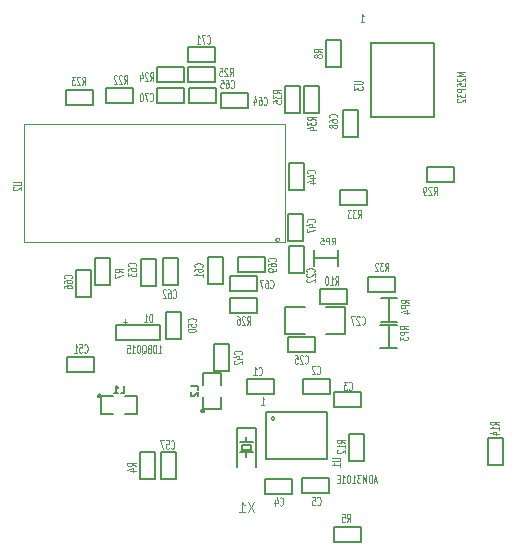
<source format=gbo>
G04 (created by PCBNEW-RS274X (2011-01-25 BZR 2758)-stable) date Mon 25 Apr 2011 03:17:09 PM COT*
G01*
G70*
G90*
%MOIN*%
G04 Gerber Fmt 3.4, Leading zero omitted, Abs format*
%FSLAX34Y34*%
G04 APERTURE LIST*
%ADD10C,0.006000*%
%ADD11C,0.004500*%
%ADD12C,0.007900*%
%ADD13C,0.000100*%
%ADD14C,0.005000*%
%ADD15C,0.005900*%
%ADD16C,0.003900*%
%ADD17C,0.003500*%
%ADD18C,0.004900*%
G04 APERTURE END LIST*
G54D10*
G54D11*
X52407Y-42251D02*
X52270Y-42251D01*
X52339Y-42357D02*
X52339Y-42144D01*
X60196Y-32267D02*
X60299Y-32267D01*
X60247Y-32267D02*
X60247Y-31987D01*
X60264Y-32027D01*
X60282Y-32054D01*
X60299Y-32067D01*
X56873Y-45022D02*
X56976Y-45022D01*
X56924Y-45022D02*
X56924Y-44742D01*
X56941Y-44782D01*
X56959Y-44809D01*
X56976Y-44822D01*
G54D12*
X52035Y-42868D02*
X53488Y-42864D01*
X53499Y-42844D02*
X53499Y-42368D01*
X53499Y-42368D02*
X52039Y-42372D01*
X52039Y-42372D02*
X52039Y-42832D01*
X57063Y-46838D02*
X59063Y-46834D01*
X59063Y-46815D02*
X59063Y-45240D01*
X59063Y-45240D02*
X57055Y-45240D01*
X57055Y-45240D02*
X57055Y-46819D01*
G54D13*
X57311Y-45453D02*
X57309Y-45463D01*
X57306Y-45473D01*
X57301Y-45483D01*
X57295Y-45491D01*
X57286Y-45498D01*
X57277Y-45503D01*
X57267Y-45506D01*
X57256Y-45507D01*
X57246Y-45507D01*
X57236Y-45503D01*
X57226Y-45499D01*
X57218Y-45492D01*
X57211Y-45484D01*
X57206Y-45474D01*
X57203Y-45464D01*
X57202Y-45453D01*
X57202Y-45444D01*
X57205Y-45433D01*
X57210Y-45424D01*
X57217Y-45415D01*
X57225Y-45408D01*
X57234Y-45403D01*
X57245Y-45400D01*
X57255Y-45399D01*
X57265Y-45399D01*
X57275Y-45402D01*
X57285Y-45407D01*
X57293Y-45414D01*
X57300Y-45422D01*
X57306Y-45431D01*
X57309Y-45441D01*
X57310Y-45452D01*
X57311Y-45453D01*
G54D12*
X60537Y-35426D02*
X60537Y-32926D01*
X60533Y-32950D02*
X62632Y-32946D01*
X60561Y-35438D02*
X62632Y-35438D01*
X62632Y-35438D02*
X62632Y-32946D01*
G54D14*
X56387Y-46259D02*
X56387Y-46077D01*
X56387Y-46585D02*
X56387Y-46765D01*
X56177Y-46265D02*
X56601Y-46265D01*
X56187Y-46585D02*
X56603Y-46585D01*
X56231Y-46511D02*
X56539Y-46511D01*
X56231Y-46509D02*
X56231Y-46347D01*
X56231Y-46347D02*
X56541Y-46347D01*
X56541Y-46347D02*
X56541Y-46503D01*
X56072Y-45777D02*
X56702Y-45777D01*
X56072Y-45777D02*
X56072Y-47096D01*
X56702Y-45777D02*
X56702Y-47096D01*
G54D15*
X60858Y-42244D02*
X61409Y-42244D01*
X60857Y-41456D02*
X61410Y-41456D01*
X61134Y-42204D02*
X61134Y-41496D01*
X60855Y-43136D02*
X61406Y-43136D01*
X60854Y-42348D02*
X61407Y-42348D01*
X61131Y-43096D02*
X61131Y-42388D01*
X59431Y-40396D02*
X59431Y-39845D01*
X58643Y-40397D02*
X58643Y-39844D01*
X59391Y-40120D02*
X58683Y-40120D01*
G54D16*
X57472Y-39501D02*
X57470Y-39512D01*
X57467Y-39523D01*
X57462Y-39533D01*
X57454Y-39542D01*
X57445Y-39549D01*
X57435Y-39555D01*
X57424Y-39558D01*
X57413Y-39559D01*
X57402Y-39558D01*
X57391Y-39555D01*
X57381Y-39550D01*
X57372Y-39543D01*
X57365Y-39534D01*
X57359Y-39524D01*
X57356Y-39513D01*
X57355Y-39501D01*
X57355Y-39491D01*
X57359Y-39480D01*
X57364Y-39470D01*
X57371Y-39461D01*
X57380Y-39453D01*
X57390Y-39447D01*
X57401Y-39444D01*
X57412Y-39443D01*
X57423Y-39443D01*
X57434Y-39446D01*
X57444Y-39452D01*
X57453Y-39459D01*
X57461Y-39467D01*
X57466Y-39478D01*
X57470Y-39488D01*
X57471Y-39500D01*
X57472Y-39501D01*
X48969Y-35652D02*
X48969Y-39588D01*
X48969Y-39588D02*
X57669Y-39588D01*
X57669Y-39588D02*
X57669Y-35652D01*
X57669Y-35652D02*
X48969Y-35652D01*
G54D14*
X54986Y-45201D02*
X54985Y-45210D01*
X54982Y-45220D01*
X54977Y-45228D01*
X54971Y-45236D01*
X54963Y-45242D01*
X54955Y-45247D01*
X54946Y-45249D01*
X54936Y-45250D01*
X54927Y-45250D01*
X54918Y-45247D01*
X54909Y-45242D01*
X54902Y-45236D01*
X54895Y-45229D01*
X54891Y-45220D01*
X54888Y-45211D01*
X54887Y-45201D01*
X54887Y-45192D01*
X54890Y-45183D01*
X54894Y-45174D01*
X54901Y-45167D01*
X54908Y-45160D01*
X54916Y-45156D01*
X54926Y-45153D01*
X54935Y-45152D01*
X54944Y-45152D01*
X54954Y-45155D01*
X54962Y-45159D01*
X54970Y-45165D01*
X54976Y-45173D01*
X54981Y-45181D01*
X54984Y-45190D01*
X54985Y-45200D01*
X54986Y-45201D01*
X54936Y-44751D02*
X54936Y-45151D01*
X54936Y-45151D02*
X55536Y-45151D01*
X55536Y-45151D02*
X55536Y-44751D01*
X55536Y-44351D02*
X55536Y-43951D01*
X55536Y-43951D02*
X54936Y-43951D01*
X54936Y-43951D02*
X54936Y-44351D01*
X60444Y-41262D02*
X61344Y-41262D01*
X61344Y-41262D02*
X61344Y-40762D01*
X61344Y-40762D02*
X60444Y-40762D01*
X60444Y-40762D02*
X60444Y-41262D01*
X57293Y-44148D02*
X56393Y-44148D01*
X56393Y-44148D02*
X56393Y-44648D01*
X56393Y-44648D02*
X57293Y-44648D01*
X57293Y-44648D02*
X57293Y-44148D01*
X58278Y-44640D02*
X59178Y-44640D01*
X59178Y-44640D02*
X59178Y-44140D01*
X59178Y-44140D02*
X58278Y-44140D01*
X58278Y-44140D02*
X58278Y-44640D01*
X59318Y-45081D02*
X60218Y-45081D01*
X60218Y-45081D02*
X60218Y-44581D01*
X60218Y-44581D02*
X59318Y-44581D01*
X59318Y-44581D02*
X59318Y-45081D01*
X57022Y-47978D02*
X57922Y-47978D01*
X57922Y-47978D02*
X57922Y-47478D01*
X57922Y-47478D02*
X57022Y-47478D01*
X57022Y-47478D02*
X57022Y-47978D01*
X58231Y-47967D02*
X59131Y-47967D01*
X59131Y-47967D02*
X59131Y-47467D01*
X59131Y-47467D02*
X58231Y-47467D01*
X58231Y-47467D02*
X58231Y-47967D01*
X51348Y-40117D02*
X51348Y-41017D01*
X51348Y-41017D02*
X51848Y-41017D01*
X51848Y-41017D02*
X51848Y-40117D01*
X51848Y-40117D02*
X51348Y-40117D01*
X59537Y-33753D02*
X59537Y-32853D01*
X59537Y-32853D02*
X59037Y-32853D01*
X59037Y-32853D02*
X59037Y-33753D01*
X59037Y-33753D02*
X59537Y-33753D01*
X63296Y-37077D02*
X62396Y-37077D01*
X62396Y-37077D02*
X62396Y-37577D01*
X62396Y-37577D02*
X63296Y-37577D01*
X63296Y-37577D02*
X63296Y-37077D01*
X59675Y-41768D02*
X59675Y-42668D01*
X59675Y-42668D02*
X59025Y-42668D01*
X58325Y-41768D02*
X57675Y-41768D01*
X57675Y-41768D02*
X57675Y-42668D01*
X57675Y-42668D02*
X58325Y-42668D01*
X59025Y-41768D02*
X59675Y-41768D01*
X51544Y-44720D02*
X51543Y-44729D01*
X51540Y-44739D01*
X51535Y-44747D01*
X51529Y-44755D01*
X51521Y-44761D01*
X51513Y-44766D01*
X51504Y-44768D01*
X51494Y-44769D01*
X51485Y-44769D01*
X51476Y-44766D01*
X51467Y-44761D01*
X51460Y-44755D01*
X51453Y-44748D01*
X51449Y-44739D01*
X51446Y-44730D01*
X51445Y-44720D01*
X51445Y-44711D01*
X51448Y-44702D01*
X51452Y-44693D01*
X51459Y-44686D01*
X51466Y-44679D01*
X51474Y-44675D01*
X51484Y-44672D01*
X51493Y-44671D01*
X51502Y-44671D01*
X51512Y-44674D01*
X51520Y-44678D01*
X51528Y-44684D01*
X51534Y-44692D01*
X51539Y-44700D01*
X51542Y-44709D01*
X51543Y-44719D01*
X51544Y-44720D01*
X51944Y-44720D02*
X51544Y-44720D01*
X51544Y-44720D02*
X51544Y-45320D01*
X51544Y-45320D02*
X51944Y-45320D01*
X52344Y-45320D02*
X52744Y-45320D01*
X52744Y-45320D02*
X52744Y-44720D01*
X52744Y-44720D02*
X52344Y-44720D01*
X51713Y-34964D02*
X52613Y-34964D01*
X52613Y-34964D02*
X52613Y-34464D01*
X52613Y-34464D02*
X51713Y-34464D01*
X51713Y-34464D02*
X51713Y-34964D01*
X51270Y-34515D02*
X50370Y-34515D01*
X50370Y-34515D02*
X50370Y-35015D01*
X50370Y-35015D02*
X51270Y-35015D01*
X51270Y-35015D02*
X51270Y-34515D01*
X54429Y-34271D02*
X55329Y-34271D01*
X55329Y-34271D02*
X55329Y-33771D01*
X55329Y-33771D02*
X54429Y-33771D01*
X54429Y-33771D02*
X54429Y-34271D01*
X54294Y-33771D02*
X53394Y-33771D01*
X53394Y-33771D02*
X53394Y-34271D01*
X53394Y-34271D02*
X54294Y-34271D01*
X54294Y-34271D02*
X54294Y-33771D01*
X54449Y-33590D02*
X55349Y-33590D01*
X55349Y-33590D02*
X55349Y-33090D01*
X55349Y-33090D02*
X54449Y-33090D01*
X54449Y-33090D02*
X54449Y-33590D01*
X54294Y-34472D02*
X53394Y-34472D01*
X53394Y-34472D02*
X53394Y-34972D01*
X53394Y-34972D02*
X54294Y-34972D01*
X54294Y-34972D02*
X54294Y-34472D01*
X55094Y-40091D02*
X55094Y-40991D01*
X55094Y-40991D02*
X55594Y-40991D01*
X55594Y-40991D02*
X55594Y-40091D01*
X55594Y-40091D02*
X55094Y-40091D01*
X53594Y-40120D02*
X53594Y-41020D01*
X53594Y-41020D02*
X54094Y-41020D01*
X54094Y-41020D02*
X54094Y-40120D01*
X54094Y-40120D02*
X53594Y-40120D01*
X52862Y-40146D02*
X52862Y-41046D01*
X52862Y-41046D02*
X53362Y-41046D01*
X53362Y-41046D02*
X53362Y-40146D01*
X53362Y-40146D02*
X52862Y-40146D01*
X56995Y-40094D02*
X56095Y-40094D01*
X56095Y-40094D02*
X56095Y-40594D01*
X56095Y-40594D02*
X56995Y-40594D01*
X56995Y-40594D02*
X56995Y-40094D01*
X56747Y-40708D02*
X55847Y-40708D01*
X55847Y-40708D02*
X55847Y-41208D01*
X55847Y-41208D02*
X56747Y-41208D01*
X56747Y-41208D02*
X56747Y-40708D01*
X50719Y-40515D02*
X50719Y-41415D01*
X50719Y-41415D02*
X51219Y-41415D01*
X51219Y-41415D02*
X51219Y-40515D01*
X51219Y-40515D02*
X50719Y-40515D01*
X54473Y-34964D02*
X55373Y-34964D01*
X55373Y-34964D02*
X55373Y-34464D01*
X55373Y-34464D02*
X54473Y-34464D01*
X54473Y-34464D02*
X54473Y-34964D01*
X55534Y-35136D02*
X56434Y-35136D01*
X56434Y-35136D02*
X56434Y-34636D01*
X56434Y-34636D02*
X55534Y-34636D01*
X55534Y-34636D02*
X55534Y-35136D01*
X59602Y-35178D02*
X59602Y-36078D01*
X59602Y-36078D02*
X60102Y-36078D01*
X60102Y-36078D02*
X60102Y-35178D01*
X60102Y-35178D02*
X59602Y-35178D01*
X56735Y-41472D02*
X55835Y-41472D01*
X55835Y-41472D02*
X55835Y-41972D01*
X55835Y-41972D02*
X56735Y-41972D01*
X56735Y-41972D02*
X56735Y-41472D01*
X54219Y-42820D02*
X54219Y-41920D01*
X54219Y-41920D02*
X53719Y-41920D01*
X53719Y-41920D02*
X53719Y-42820D01*
X53719Y-42820D02*
X54219Y-42820D01*
X57791Y-39729D02*
X57791Y-40629D01*
X57791Y-40629D02*
X58291Y-40629D01*
X58291Y-40629D02*
X58291Y-39729D01*
X58291Y-39729D02*
X57791Y-39729D01*
X58668Y-42771D02*
X57768Y-42771D01*
X57768Y-42771D02*
X57768Y-43271D01*
X57768Y-43271D02*
X58668Y-43271D01*
X58668Y-43271D02*
X58668Y-42771D01*
X58311Y-37861D02*
X58311Y-36961D01*
X58311Y-36961D02*
X57811Y-36961D01*
X57811Y-36961D02*
X57811Y-37861D01*
X57811Y-37861D02*
X58311Y-37861D01*
X58259Y-39554D02*
X58259Y-38654D01*
X58259Y-38654D02*
X57759Y-38654D01*
X57759Y-38654D02*
X57759Y-39554D01*
X57759Y-39554D02*
X58259Y-39554D01*
X55791Y-43873D02*
X55791Y-42973D01*
X55791Y-42973D02*
X55291Y-42973D01*
X55291Y-42973D02*
X55291Y-43873D01*
X55291Y-43873D02*
X55791Y-43873D01*
X50419Y-43920D02*
X51319Y-43920D01*
X51319Y-43920D02*
X51319Y-43420D01*
X51319Y-43420D02*
X50419Y-43420D01*
X50419Y-43420D02*
X50419Y-43920D01*
X64939Y-47029D02*
X64939Y-46129D01*
X64939Y-46129D02*
X64439Y-46129D01*
X64439Y-46129D02*
X64439Y-47029D01*
X64439Y-47029D02*
X64939Y-47029D01*
X58831Y-41665D02*
X59731Y-41665D01*
X59731Y-41665D02*
X59731Y-41165D01*
X59731Y-41165D02*
X58831Y-41165D01*
X58831Y-41165D02*
X58831Y-41665D01*
X59817Y-45991D02*
X59817Y-46891D01*
X59817Y-46891D02*
X60317Y-46891D01*
X60317Y-46891D02*
X60317Y-45991D01*
X60317Y-45991D02*
X59817Y-45991D01*
X53547Y-46579D02*
X53547Y-47479D01*
X53547Y-47479D02*
X54047Y-47479D01*
X54047Y-47479D02*
X54047Y-46579D01*
X54047Y-46579D02*
X53547Y-46579D01*
X53346Y-47487D02*
X53346Y-46587D01*
X53346Y-46587D02*
X52846Y-46587D01*
X52846Y-46587D02*
X52846Y-47487D01*
X52846Y-47487D02*
X53346Y-47487D01*
X60202Y-49089D02*
X59302Y-49089D01*
X59302Y-49089D02*
X59302Y-49589D01*
X59302Y-49589D02*
X60202Y-49589D01*
X60202Y-49589D02*
X60202Y-49089D01*
X57667Y-34377D02*
X57667Y-35277D01*
X57667Y-35277D02*
X58167Y-35277D01*
X58167Y-35277D02*
X58167Y-34377D01*
X58167Y-34377D02*
X57667Y-34377D01*
X58317Y-34377D02*
X58317Y-35277D01*
X58317Y-35277D02*
X58817Y-35277D01*
X58817Y-35277D02*
X58817Y-34377D01*
X58817Y-34377D02*
X58317Y-34377D01*
X60407Y-37848D02*
X59507Y-37848D01*
X59507Y-37848D02*
X59507Y-38348D01*
X59507Y-38348D02*
X60407Y-38348D01*
X60407Y-38348D02*
X60407Y-37848D01*
G54D11*
X53248Y-42255D02*
X53248Y-41975D01*
X53205Y-41975D01*
X53180Y-41989D01*
X53162Y-42015D01*
X53154Y-42042D01*
X53145Y-42095D01*
X53145Y-42135D01*
X53154Y-42189D01*
X53162Y-42215D01*
X53180Y-42242D01*
X53205Y-42255D01*
X53248Y-42255D01*
X52974Y-42255D02*
X53077Y-42255D01*
X53025Y-42255D02*
X53025Y-41975D01*
X53042Y-42015D01*
X53060Y-42042D01*
X53077Y-42055D01*
X53451Y-43298D02*
X53554Y-43298D01*
X53502Y-43298D02*
X53502Y-43018D01*
X53519Y-43058D01*
X53537Y-43085D01*
X53554Y-43098D01*
X53340Y-43018D02*
X53323Y-43018D01*
X53306Y-43032D01*
X53297Y-43045D01*
X53288Y-43072D01*
X53280Y-43125D01*
X53280Y-43192D01*
X53288Y-43245D01*
X53297Y-43272D01*
X53306Y-43285D01*
X53323Y-43298D01*
X53340Y-43298D01*
X53357Y-43285D01*
X53366Y-43272D01*
X53374Y-43245D01*
X53383Y-43192D01*
X53383Y-43125D01*
X53374Y-43072D01*
X53366Y-43045D01*
X53357Y-43032D01*
X53340Y-43018D01*
X53143Y-43152D02*
X53117Y-43165D01*
X53109Y-43178D01*
X53100Y-43205D01*
X53100Y-43245D01*
X53109Y-43272D01*
X53117Y-43285D01*
X53135Y-43298D01*
X53203Y-43298D01*
X53203Y-43018D01*
X53143Y-43018D01*
X53126Y-43032D01*
X53117Y-43045D01*
X53109Y-43072D01*
X53109Y-43098D01*
X53117Y-43125D01*
X53126Y-43138D01*
X53143Y-43152D01*
X53203Y-43152D01*
X52903Y-43325D02*
X52920Y-43312D01*
X52937Y-43285D01*
X52963Y-43245D01*
X52980Y-43232D01*
X52997Y-43232D01*
X52989Y-43298D02*
X53006Y-43285D01*
X53023Y-43258D01*
X53032Y-43205D01*
X53032Y-43112D01*
X53023Y-43058D01*
X53006Y-43032D01*
X52989Y-43018D01*
X52955Y-43018D01*
X52937Y-43032D01*
X52920Y-43058D01*
X52912Y-43112D01*
X52912Y-43205D01*
X52920Y-43258D01*
X52937Y-43285D01*
X52955Y-43298D01*
X52989Y-43298D01*
X52800Y-43018D02*
X52783Y-43018D01*
X52766Y-43032D01*
X52757Y-43045D01*
X52748Y-43072D01*
X52740Y-43125D01*
X52740Y-43192D01*
X52748Y-43245D01*
X52757Y-43272D01*
X52766Y-43285D01*
X52783Y-43298D01*
X52800Y-43298D01*
X52817Y-43285D01*
X52826Y-43272D01*
X52834Y-43245D01*
X52843Y-43192D01*
X52843Y-43125D01*
X52834Y-43072D01*
X52826Y-43045D01*
X52817Y-43032D01*
X52800Y-43018D01*
X52569Y-43298D02*
X52672Y-43298D01*
X52620Y-43298D02*
X52620Y-43018D01*
X52637Y-43058D01*
X52655Y-43085D01*
X52672Y-43098D01*
X52406Y-43018D02*
X52492Y-43018D01*
X52501Y-43152D01*
X52492Y-43138D01*
X52475Y-43125D01*
X52432Y-43125D01*
X52415Y-43138D01*
X52406Y-43152D01*
X52398Y-43178D01*
X52398Y-43245D01*
X52406Y-43272D01*
X52415Y-43285D01*
X52432Y-43298D01*
X52475Y-43298D01*
X52492Y-43285D01*
X52501Y-43272D01*
X59239Y-46792D02*
X59466Y-46792D01*
X59493Y-46800D01*
X59506Y-46809D01*
X59519Y-46826D01*
X59519Y-46860D01*
X59506Y-46878D01*
X59493Y-46886D01*
X59466Y-46895D01*
X59239Y-46895D01*
X59519Y-47075D02*
X59519Y-46972D01*
X59519Y-47024D02*
X59239Y-47024D01*
X59279Y-47007D01*
X59306Y-46989D01*
X59319Y-46972D01*
X60726Y-47549D02*
X60640Y-47549D01*
X60743Y-47629D02*
X60683Y-47349D01*
X60623Y-47629D01*
X60563Y-47629D02*
X60563Y-47349D01*
X60520Y-47349D01*
X60495Y-47363D01*
X60477Y-47389D01*
X60469Y-47416D01*
X60460Y-47469D01*
X60460Y-47509D01*
X60469Y-47563D01*
X60477Y-47589D01*
X60495Y-47616D01*
X60520Y-47629D01*
X60563Y-47629D01*
X60383Y-47629D02*
X60383Y-47349D01*
X60323Y-47549D01*
X60263Y-47349D01*
X60263Y-47629D01*
X60194Y-47349D02*
X60083Y-47349D01*
X60143Y-47456D01*
X60117Y-47456D01*
X60100Y-47469D01*
X60091Y-47483D01*
X60083Y-47509D01*
X60083Y-47576D01*
X60091Y-47603D01*
X60100Y-47616D01*
X60117Y-47629D01*
X60169Y-47629D01*
X60186Y-47616D01*
X60194Y-47603D01*
X59912Y-47629D02*
X60015Y-47629D01*
X59963Y-47629D02*
X59963Y-47349D01*
X59980Y-47389D01*
X59998Y-47416D01*
X60015Y-47429D01*
X59801Y-47349D02*
X59784Y-47349D01*
X59767Y-47363D01*
X59758Y-47376D01*
X59749Y-47403D01*
X59741Y-47456D01*
X59741Y-47523D01*
X59749Y-47576D01*
X59758Y-47603D01*
X59767Y-47616D01*
X59784Y-47629D01*
X59801Y-47629D01*
X59818Y-47616D01*
X59827Y-47603D01*
X59835Y-47576D01*
X59844Y-47523D01*
X59844Y-47456D01*
X59835Y-47403D01*
X59827Y-47376D01*
X59818Y-47363D01*
X59801Y-47349D01*
X59570Y-47629D02*
X59673Y-47629D01*
X59621Y-47629D02*
X59621Y-47349D01*
X59638Y-47389D01*
X59656Y-47416D01*
X59673Y-47429D01*
X59493Y-47483D02*
X59433Y-47483D01*
X59407Y-47629D02*
X59493Y-47629D01*
X59493Y-47349D01*
X59407Y-47349D01*
X59987Y-34233D02*
X60214Y-34233D01*
X60241Y-34241D01*
X60254Y-34250D01*
X60267Y-34267D01*
X60267Y-34301D01*
X60254Y-34319D01*
X60241Y-34327D01*
X60214Y-34336D01*
X59987Y-34336D01*
X59987Y-34405D02*
X59987Y-34516D01*
X60094Y-34456D01*
X60094Y-34482D01*
X60107Y-34499D01*
X60121Y-34508D01*
X60147Y-34516D01*
X60214Y-34516D01*
X60241Y-34508D01*
X60254Y-34499D01*
X60267Y-34482D01*
X60267Y-34430D01*
X60254Y-34413D01*
X60241Y-34405D01*
X63688Y-33933D02*
X63408Y-33933D01*
X63608Y-33993D01*
X63408Y-34053D01*
X63688Y-34053D01*
X63435Y-34130D02*
X63422Y-34139D01*
X63408Y-34156D01*
X63408Y-34199D01*
X63422Y-34216D01*
X63435Y-34225D01*
X63462Y-34233D01*
X63488Y-34233D01*
X63528Y-34225D01*
X63688Y-34122D01*
X63688Y-34233D01*
X63408Y-34396D02*
X63408Y-34310D01*
X63542Y-34301D01*
X63528Y-34310D01*
X63515Y-34327D01*
X63515Y-34370D01*
X63528Y-34387D01*
X63542Y-34396D01*
X63568Y-34404D01*
X63635Y-34404D01*
X63662Y-34396D01*
X63675Y-34387D01*
X63688Y-34370D01*
X63688Y-34327D01*
X63675Y-34310D01*
X63662Y-34301D01*
X63688Y-34481D02*
X63408Y-34481D01*
X63408Y-34549D01*
X63422Y-34567D01*
X63435Y-34575D01*
X63462Y-34584D01*
X63502Y-34584D01*
X63528Y-34575D01*
X63542Y-34567D01*
X63555Y-34549D01*
X63555Y-34481D01*
X63408Y-34644D02*
X63408Y-34755D01*
X63515Y-34695D01*
X63515Y-34721D01*
X63528Y-34738D01*
X63542Y-34747D01*
X63568Y-34755D01*
X63635Y-34755D01*
X63662Y-34747D01*
X63675Y-34738D01*
X63688Y-34721D01*
X63688Y-34669D01*
X63675Y-34652D01*
X63662Y-34644D01*
X63435Y-34823D02*
X63422Y-34832D01*
X63408Y-34849D01*
X63408Y-34892D01*
X63422Y-34909D01*
X63435Y-34918D01*
X63462Y-34926D01*
X63488Y-34926D01*
X63528Y-34918D01*
X63688Y-34815D01*
X63688Y-34926D01*
G54D17*
X56654Y-48267D02*
X56441Y-48587D01*
X56441Y-48267D02*
X56654Y-48587D01*
X56151Y-48587D02*
X56334Y-48587D01*
X56243Y-48587D02*
X56243Y-48267D01*
X56273Y-48312D01*
X56304Y-48343D01*
X56334Y-48358D01*
G54D11*
X61818Y-41621D02*
X61685Y-41561D01*
X61818Y-41518D02*
X61538Y-41518D01*
X61538Y-41586D01*
X61552Y-41604D01*
X61565Y-41612D01*
X61592Y-41621D01*
X61632Y-41621D01*
X61658Y-41612D01*
X61672Y-41604D01*
X61685Y-41586D01*
X61685Y-41518D01*
X61818Y-41698D02*
X61538Y-41698D01*
X61538Y-41766D01*
X61552Y-41784D01*
X61565Y-41792D01*
X61592Y-41801D01*
X61632Y-41801D01*
X61658Y-41792D01*
X61672Y-41784D01*
X61685Y-41766D01*
X61685Y-41698D01*
X61632Y-41955D02*
X61818Y-41955D01*
X61525Y-41912D02*
X61725Y-41869D01*
X61725Y-41981D01*
X61778Y-42503D02*
X61645Y-42443D01*
X61778Y-42400D02*
X61498Y-42400D01*
X61498Y-42468D01*
X61512Y-42486D01*
X61525Y-42494D01*
X61552Y-42503D01*
X61592Y-42503D01*
X61618Y-42494D01*
X61632Y-42486D01*
X61645Y-42468D01*
X61645Y-42400D01*
X61778Y-42580D02*
X61498Y-42580D01*
X61498Y-42648D01*
X61512Y-42666D01*
X61525Y-42674D01*
X61552Y-42683D01*
X61592Y-42683D01*
X61618Y-42674D01*
X61632Y-42666D01*
X61645Y-42648D01*
X61645Y-42580D01*
X61498Y-42743D02*
X61498Y-42854D01*
X61605Y-42794D01*
X61605Y-42820D01*
X61618Y-42837D01*
X61632Y-42846D01*
X61658Y-42854D01*
X61725Y-42854D01*
X61752Y-42846D01*
X61765Y-42837D01*
X61778Y-42820D01*
X61778Y-42768D01*
X61765Y-42751D01*
X61752Y-42743D01*
G54D18*
X59238Y-39658D02*
X59303Y-39564D01*
X59350Y-39658D02*
X59350Y-39461D01*
X59275Y-39461D01*
X59256Y-39471D01*
X59247Y-39480D01*
X59238Y-39499D01*
X59238Y-39527D01*
X59247Y-39546D01*
X59256Y-39555D01*
X59275Y-39564D01*
X59350Y-39564D01*
X59153Y-39658D02*
X59153Y-39461D01*
X59078Y-39461D01*
X59059Y-39471D01*
X59050Y-39480D01*
X59041Y-39499D01*
X59041Y-39527D01*
X59050Y-39546D01*
X59059Y-39555D01*
X59078Y-39564D01*
X59153Y-39564D01*
X58862Y-39461D02*
X58956Y-39461D01*
X58965Y-39555D01*
X58956Y-39546D01*
X58937Y-39536D01*
X58890Y-39536D01*
X58872Y-39546D01*
X58862Y-39555D01*
X58853Y-39574D01*
X58853Y-39621D01*
X58862Y-39639D01*
X58872Y-39649D01*
X58890Y-39658D01*
X58937Y-39658D01*
X58956Y-39649D01*
X58965Y-39639D01*
G54D11*
X48605Y-37583D02*
X48832Y-37583D01*
X48859Y-37591D01*
X48872Y-37600D01*
X48885Y-37617D01*
X48885Y-37651D01*
X48872Y-37669D01*
X48859Y-37677D01*
X48832Y-37686D01*
X48605Y-37686D01*
X48632Y-37763D02*
X48619Y-37772D01*
X48605Y-37789D01*
X48605Y-37832D01*
X48619Y-37849D01*
X48632Y-37858D01*
X48659Y-37866D01*
X48685Y-37866D01*
X48725Y-37858D01*
X48885Y-37755D01*
X48885Y-37866D01*
G54D14*
X54778Y-44522D02*
X54778Y-44403D01*
X54528Y-44403D01*
X54552Y-44593D02*
X54540Y-44605D01*
X54528Y-44628D01*
X54528Y-44688D01*
X54540Y-44712D01*
X54552Y-44724D01*
X54576Y-44735D01*
X54600Y-44735D01*
X54635Y-44724D01*
X54778Y-44581D01*
X54778Y-44735D01*
G54D11*
X61015Y-40563D02*
X61075Y-40430D01*
X61118Y-40563D02*
X61118Y-40283D01*
X61050Y-40283D01*
X61032Y-40297D01*
X61024Y-40310D01*
X61015Y-40337D01*
X61015Y-40377D01*
X61024Y-40403D01*
X61032Y-40417D01*
X61050Y-40430D01*
X61118Y-40430D01*
X60955Y-40283D02*
X60844Y-40283D01*
X60904Y-40390D01*
X60878Y-40390D01*
X60861Y-40403D01*
X60852Y-40417D01*
X60844Y-40443D01*
X60844Y-40510D01*
X60852Y-40537D01*
X60861Y-40550D01*
X60878Y-40563D01*
X60930Y-40563D01*
X60947Y-40550D01*
X60955Y-40537D01*
X60776Y-40310D02*
X60767Y-40297D01*
X60750Y-40283D01*
X60707Y-40283D01*
X60690Y-40297D01*
X60681Y-40310D01*
X60673Y-40337D01*
X60673Y-40363D01*
X60681Y-40403D01*
X60784Y-40563D01*
X60673Y-40563D01*
X56793Y-44012D02*
X56802Y-44025D01*
X56828Y-44038D01*
X56845Y-44038D01*
X56870Y-44025D01*
X56888Y-43998D01*
X56896Y-43972D01*
X56905Y-43918D01*
X56905Y-43878D01*
X56896Y-43825D01*
X56888Y-43798D01*
X56870Y-43772D01*
X56845Y-43758D01*
X56828Y-43758D01*
X56802Y-43772D01*
X56793Y-43785D01*
X56622Y-44038D02*
X56725Y-44038D01*
X56673Y-44038D02*
X56673Y-43758D01*
X56690Y-43798D01*
X56708Y-43825D01*
X56725Y-43838D01*
X58730Y-43965D02*
X58739Y-43978D01*
X58765Y-43991D01*
X58782Y-43991D01*
X58807Y-43978D01*
X58825Y-43951D01*
X58833Y-43925D01*
X58842Y-43871D01*
X58842Y-43831D01*
X58833Y-43778D01*
X58825Y-43751D01*
X58807Y-43725D01*
X58782Y-43711D01*
X58765Y-43711D01*
X58739Y-43725D01*
X58730Y-43738D01*
X58662Y-43738D02*
X58653Y-43725D01*
X58636Y-43711D01*
X58593Y-43711D01*
X58576Y-43725D01*
X58567Y-43738D01*
X58559Y-43765D01*
X58559Y-43791D01*
X58567Y-43831D01*
X58670Y-43991D01*
X58559Y-43991D01*
X59809Y-44493D02*
X59818Y-44506D01*
X59844Y-44519D01*
X59861Y-44519D01*
X59886Y-44506D01*
X59904Y-44479D01*
X59912Y-44453D01*
X59921Y-44399D01*
X59921Y-44359D01*
X59912Y-44306D01*
X59904Y-44279D01*
X59886Y-44253D01*
X59861Y-44239D01*
X59844Y-44239D01*
X59818Y-44253D01*
X59809Y-44266D01*
X59749Y-44239D02*
X59638Y-44239D01*
X59698Y-44346D01*
X59672Y-44346D01*
X59655Y-44359D01*
X59646Y-44373D01*
X59638Y-44399D01*
X59638Y-44466D01*
X59646Y-44493D01*
X59655Y-44506D01*
X59672Y-44519D01*
X59724Y-44519D01*
X59741Y-44506D01*
X59749Y-44493D01*
X57501Y-48347D02*
X57510Y-48360D01*
X57536Y-48373D01*
X57553Y-48373D01*
X57578Y-48360D01*
X57596Y-48333D01*
X57604Y-48307D01*
X57613Y-48253D01*
X57613Y-48213D01*
X57604Y-48160D01*
X57596Y-48133D01*
X57578Y-48107D01*
X57553Y-48093D01*
X57536Y-48093D01*
X57510Y-48107D01*
X57501Y-48120D01*
X57347Y-48187D02*
X57347Y-48373D01*
X57390Y-48080D02*
X57433Y-48280D01*
X57321Y-48280D01*
X58746Y-48339D02*
X58755Y-48352D01*
X58781Y-48365D01*
X58798Y-48365D01*
X58823Y-48352D01*
X58841Y-48325D01*
X58849Y-48299D01*
X58858Y-48245D01*
X58858Y-48205D01*
X58849Y-48152D01*
X58841Y-48125D01*
X58823Y-48099D01*
X58798Y-48085D01*
X58781Y-48085D01*
X58755Y-48099D01*
X58746Y-48112D01*
X58583Y-48085D02*
X58669Y-48085D01*
X58678Y-48219D01*
X58669Y-48205D01*
X58652Y-48192D01*
X58609Y-48192D01*
X58592Y-48205D01*
X58583Y-48219D01*
X58575Y-48245D01*
X58575Y-48312D01*
X58583Y-48339D01*
X58592Y-48352D01*
X58609Y-48365D01*
X58652Y-48365D01*
X58669Y-48352D01*
X58678Y-48339D01*
X52270Y-40601D02*
X52137Y-40541D01*
X52270Y-40498D02*
X51990Y-40498D01*
X51990Y-40566D01*
X52004Y-40584D01*
X52017Y-40592D01*
X52044Y-40601D01*
X52084Y-40601D01*
X52110Y-40592D01*
X52124Y-40584D01*
X52137Y-40566D01*
X52137Y-40498D01*
X51990Y-40661D02*
X51990Y-40781D01*
X52270Y-40704D01*
X58916Y-33270D02*
X58783Y-33210D01*
X58916Y-33167D02*
X58636Y-33167D01*
X58636Y-33235D01*
X58650Y-33253D01*
X58663Y-33261D01*
X58690Y-33270D01*
X58730Y-33270D01*
X58756Y-33261D01*
X58770Y-33253D01*
X58783Y-33235D01*
X58783Y-33167D01*
X58756Y-33373D02*
X58743Y-33355D01*
X58730Y-33347D01*
X58703Y-33338D01*
X58690Y-33338D01*
X58663Y-33347D01*
X58650Y-33355D01*
X58636Y-33373D01*
X58636Y-33407D01*
X58650Y-33424D01*
X58663Y-33433D01*
X58690Y-33441D01*
X58703Y-33441D01*
X58730Y-33433D01*
X58743Y-33424D01*
X58756Y-33407D01*
X58756Y-33373D01*
X58770Y-33355D01*
X58783Y-33347D01*
X58810Y-33338D01*
X58863Y-33338D01*
X58890Y-33347D01*
X58903Y-33355D01*
X58916Y-33373D01*
X58916Y-33407D01*
X58903Y-33424D01*
X58890Y-33433D01*
X58863Y-33441D01*
X58810Y-33441D01*
X58783Y-33433D01*
X58770Y-33424D01*
X58756Y-33407D01*
X62627Y-38019D02*
X62687Y-37886D01*
X62730Y-38019D02*
X62730Y-37739D01*
X62662Y-37739D01*
X62644Y-37753D01*
X62636Y-37766D01*
X62627Y-37793D01*
X62627Y-37833D01*
X62636Y-37859D01*
X62644Y-37873D01*
X62662Y-37886D01*
X62730Y-37886D01*
X62559Y-37766D02*
X62550Y-37753D01*
X62533Y-37739D01*
X62490Y-37739D01*
X62473Y-37753D01*
X62464Y-37766D01*
X62456Y-37793D01*
X62456Y-37819D01*
X62464Y-37859D01*
X62567Y-38019D01*
X62456Y-38019D01*
X62371Y-38019D02*
X62336Y-38019D01*
X62319Y-38006D01*
X62311Y-37993D01*
X62293Y-37953D01*
X62285Y-37899D01*
X62285Y-37793D01*
X62293Y-37766D01*
X62302Y-37753D01*
X62319Y-37739D01*
X62353Y-37739D01*
X62371Y-37753D01*
X62379Y-37766D01*
X62388Y-37793D01*
X62388Y-37859D01*
X62379Y-37886D01*
X62371Y-37899D01*
X62353Y-37913D01*
X62319Y-37913D01*
X62302Y-37899D01*
X62293Y-37886D01*
X62285Y-37859D01*
X60225Y-42319D02*
X60234Y-42332D01*
X60260Y-42345D01*
X60277Y-42345D01*
X60302Y-42332D01*
X60320Y-42305D01*
X60328Y-42279D01*
X60337Y-42225D01*
X60337Y-42185D01*
X60328Y-42132D01*
X60320Y-42105D01*
X60302Y-42079D01*
X60277Y-42065D01*
X60260Y-42065D01*
X60234Y-42079D01*
X60225Y-42092D01*
X60157Y-42092D02*
X60148Y-42079D01*
X60131Y-42065D01*
X60088Y-42065D01*
X60071Y-42079D01*
X60062Y-42092D01*
X60054Y-42119D01*
X60054Y-42145D01*
X60062Y-42185D01*
X60165Y-42345D01*
X60054Y-42345D01*
X59994Y-42065D02*
X59874Y-42065D01*
X59951Y-42345D01*
G54D14*
X52191Y-44636D02*
X52310Y-44636D01*
X52310Y-44386D01*
X51978Y-44636D02*
X52120Y-44636D01*
X52049Y-44636D02*
X52049Y-44386D01*
X52073Y-44422D01*
X52097Y-44446D01*
X52120Y-44458D01*
G54D11*
X52308Y-34314D02*
X52368Y-34181D01*
X52411Y-34314D02*
X52411Y-34034D01*
X52343Y-34034D01*
X52325Y-34048D01*
X52317Y-34061D01*
X52308Y-34088D01*
X52308Y-34128D01*
X52317Y-34154D01*
X52325Y-34168D01*
X52343Y-34181D01*
X52411Y-34181D01*
X52240Y-34061D02*
X52231Y-34048D01*
X52214Y-34034D01*
X52171Y-34034D01*
X52154Y-34048D01*
X52145Y-34061D01*
X52137Y-34088D01*
X52137Y-34114D01*
X52145Y-34154D01*
X52248Y-34314D01*
X52137Y-34314D01*
X52069Y-34061D02*
X52060Y-34048D01*
X52043Y-34034D01*
X52000Y-34034D01*
X51983Y-34048D01*
X51974Y-34061D01*
X51966Y-34088D01*
X51966Y-34114D01*
X51974Y-34154D01*
X52077Y-34314D01*
X51966Y-34314D01*
X50914Y-34357D02*
X50974Y-34224D01*
X51017Y-34357D02*
X51017Y-34077D01*
X50949Y-34077D01*
X50931Y-34091D01*
X50923Y-34104D01*
X50914Y-34131D01*
X50914Y-34171D01*
X50923Y-34197D01*
X50931Y-34211D01*
X50949Y-34224D01*
X51017Y-34224D01*
X50846Y-34104D02*
X50837Y-34091D01*
X50820Y-34077D01*
X50777Y-34077D01*
X50760Y-34091D01*
X50751Y-34104D01*
X50743Y-34131D01*
X50743Y-34157D01*
X50751Y-34197D01*
X50854Y-34357D01*
X50743Y-34357D01*
X50683Y-34077D02*
X50572Y-34077D01*
X50632Y-34184D01*
X50606Y-34184D01*
X50589Y-34197D01*
X50580Y-34211D01*
X50572Y-34237D01*
X50572Y-34304D01*
X50580Y-34331D01*
X50589Y-34344D01*
X50606Y-34357D01*
X50658Y-34357D01*
X50675Y-34344D01*
X50683Y-34331D01*
X55824Y-34070D02*
X55884Y-33937D01*
X55927Y-34070D02*
X55927Y-33790D01*
X55859Y-33790D01*
X55841Y-33804D01*
X55833Y-33817D01*
X55824Y-33844D01*
X55824Y-33884D01*
X55833Y-33910D01*
X55841Y-33924D01*
X55859Y-33937D01*
X55927Y-33937D01*
X55756Y-33817D02*
X55747Y-33804D01*
X55730Y-33790D01*
X55687Y-33790D01*
X55670Y-33804D01*
X55661Y-33817D01*
X55653Y-33844D01*
X55653Y-33870D01*
X55661Y-33910D01*
X55764Y-34070D01*
X55653Y-34070D01*
X55490Y-33790D02*
X55576Y-33790D01*
X55585Y-33924D01*
X55576Y-33910D01*
X55559Y-33897D01*
X55516Y-33897D01*
X55499Y-33910D01*
X55490Y-33924D01*
X55482Y-33950D01*
X55482Y-34017D01*
X55490Y-34044D01*
X55499Y-34057D01*
X55516Y-34070D01*
X55559Y-34070D01*
X55576Y-34057D01*
X55585Y-34044D01*
X53174Y-34215D02*
X53234Y-34082D01*
X53277Y-34215D02*
X53277Y-33935D01*
X53209Y-33935D01*
X53191Y-33949D01*
X53183Y-33962D01*
X53174Y-33989D01*
X53174Y-34029D01*
X53183Y-34055D01*
X53191Y-34069D01*
X53209Y-34082D01*
X53277Y-34082D01*
X53106Y-33962D02*
X53097Y-33949D01*
X53080Y-33935D01*
X53037Y-33935D01*
X53020Y-33949D01*
X53011Y-33962D01*
X53003Y-33989D01*
X53003Y-34015D01*
X53011Y-34055D01*
X53114Y-34215D01*
X53003Y-34215D01*
X52849Y-34029D02*
X52849Y-34215D01*
X52892Y-33922D02*
X52935Y-34122D01*
X52823Y-34122D01*
X55072Y-32957D02*
X55081Y-32970D01*
X55107Y-32983D01*
X55124Y-32983D01*
X55149Y-32970D01*
X55167Y-32943D01*
X55175Y-32917D01*
X55184Y-32863D01*
X55184Y-32823D01*
X55175Y-32770D01*
X55167Y-32743D01*
X55149Y-32717D01*
X55124Y-32703D01*
X55107Y-32703D01*
X55081Y-32717D01*
X55072Y-32730D01*
X55012Y-32703D02*
X54892Y-32703D01*
X54969Y-32983D01*
X54730Y-32983D02*
X54833Y-32983D01*
X54781Y-32983D02*
X54781Y-32703D01*
X54798Y-32743D01*
X54816Y-32770D01*
X54833Y-32783D01*
X53174Y-34878D02*
X53183Y-34891D01*
X53209Y-34904D01*
X53226Y-34904D01*
X53251Y-34891D01*
X53269Y-34864D01*
X53277Y-34838D01*
X53286Y-34784D01*
X53286Y-34744D01*
X53277Y-34691D01*
X53269Y-34664D01*
X53251Y-34638D01*
X53226Y-34624D01*
X53209Y-34624D01*
X53183Y-34638D01*
X53174Y-34651D01*
X53114Y-34624D02*
X52994Y-34624D01*
X53071Y-34904D01*
X52892Y-34624D02*
X52875Y-34624D01*
X52858Y-34638D01*
X52849Y-34651D01*
X52840Y-34678D01*
X52832Y-34731D01*
X52832Y-34798D01*
X52840Y-34851D01*
X52849Y-34878D01*
X52858Y-34891D01*
X52875Y-34904D01*
X52892Y-34904D01*
X52909Y-34891D01*
X52918Y-34878D01*
X52926Y-34851D01*
X52935Y-34798D01*
X52935Y-34731D01*
X52926Y-34678D01*
X52918Y-34651D01*
X52909Y-34638D01*
X52892Y-34624D01*
X54906Y-40409D02*
X54919Y-40400D01*
X54932Y-40374D01*
X54932Y-40357D01*
X54919Y-40332D01*
X54892Y-40314D01*
X54866Y-40306D01*
X54812Y-40297D01*
X54772Y-40297D01*
X54719Y-40306D01*
X54692Y-40314D01*
X54666Y-40332D01*
X54652Y-40357D01*
X54652Y-40374D01*
X54666Y-40400D01*
X54679Y-40409D01*
X54652Y-40563D02*
X54652Y-40529D01*
X54666Y-40512D01*
X54679Y-40503D01*
X54719Y-40486D01*
X54772Y-40477D01*
X54879Y-40477D01*
X54906Y-40486D01*
X54919Y-40494D01*
X54932Y-40512D01*
X54932Y-40546D01*
X54919Y-40563D01*
X54906Y-40572D01*
X54879Y-40580D01*
X54812Y-40580D01*
X54786Y-40572D01*
X54772Y-40563D01*
X54759Y-40546D01*
X54759Y-40512D01*
X54772Y-40494D01*
X54786Y-40486D01*
X54812Y-40477D01*
X54932Y-40751D02*
X54932Y-40648D01*
X54932Y-40700D02*
X54652Y-40700D01*
X54692Y-40683D01*
X54719Y-40665D01*
X54732Y-40648D01*
X53942Y-41426D02*
X53951Y-41439D01*
X53977Y-41452D01*
X53994Y-41452D01*
X54019Y-41439D01*
X54037Y-41412D01*
X54045Y-41386D01*
X54054Y-41332D01*
X54054Y-41292D01*
X54045Y-41239D01*
X54037Y-41212D01*
X54019Y-41186D01*
X53994Y-41172D01*
X53977Y-41172D01*
X53951Y-41186D01*
X53942Y-41199D01*
X53788Y-41172D02*
X53822Y-41172D01*
X53839Y-41186D01*
X53848Y-41199D01*
X53865Y-41239D01*
X53874Y-41292D01*
X53874Y-41399D01*
X53865Y-41426D01*
X53857Y-41439D01*
X53839Y-41452D01*
X53805Y-41452D01*
X53788Y-41439D01*
X53779Y-41426D01*
X53771Y-41399D01*
X53771Y-41332D01*
X53779Y-41306D01*
X53788Y-41292D01*
X53805Y-41279D01*
X53839Y-41279D01*
X53857Y-41292D01*
X53865Y-41306D01*
X53874Y-41332D01*
X53703Y-41199D02*
X53694Y-41186D01*
X53677Y-41172D01*
X53634Y-41172D01*
X53617Y-41186D01*
X53608Y-41199D01*
X53600Y-41226D01*
X53600Y-41252D01*
X53608Y-41292D01*
X53711Y-41452D01*
X53600Y-41452D01*
X52693Y-40385D02*
X52706Y-40376D01*
X52719Y-40350D01*
X52719Y-40333D01*
X52706Y-40308D01*
X52679Y-40290D01*
X52653Y-40282D01*
X52599Y-40273D01*
X52559Y-40273D01*
X52506Y-40282D01*
X52479Y-40290D01*
X52453Y-40308D01*
X52439Y-40333D01*
X52439Y-40350D01*
X52453Y-40376D01*
X52466Y-40385D01*
X52439Y-40539D02*
X52439Y-40505D01*
X52453Y-40488D01*
X52466Y-40479D01*
X52506Y-40462D01*
X52559Y-40453D01*
X52666Y-40453D01*
X52693Y-40462D01*
X52706Y-40470D01*
X52719Y-40488D01*
X52719Y-40522D01*
X52706Y-40539D01*
X52693Y-40548D01*
X52666Y-40556D01*
X52599Y-40556D01*
X52573Y-40548D01*
X52559Y-40539D01*
X52546Y-40522D01*
X52546Y-40488D01*
X52559Y-40470D01*
X52573Y-40462D01*
X52599Y-40453D01*
X52439Y-40616D02*
X52439Y-40727D01*
X52546Y-40667D01*
X52546Y-40693D01*
X52559Y-40710D01*
X52573Y-40719D01*
X52599Y-40727D01*
X52666Y-40727D01*
X52693Y-40719D01*
X52706Y-40710D01*
X52719Y-40693D01*
X52719Y-40641D01*
X52706Y-40624D01*
X52693Y-40616D01*
X57355Y-40231D02*
X57368Y-40222D01*
X57381Y-40196D01*
X57381Y-40179D01*
X57368Y-40154D01*
X57341Y-40136D01*
X57315Y-40128D01*
X57261Y-40119D01*
X57221Y-40119D01*
X57168Y-40128D01*
X57141Y-40136D01*
X57115Y-40154D01*
X57101Y-40179D01*
X57101Y-40196D01*
X57115Y-40222D01*
X57128Y-40231D01*
X57101Y-40385D02*
X57101Y-40351D01*
X57115Y-40334D01*
X57128Y-40325D01*
X57168Y-40308D01*
X57221Y-40299D01*
X57328Y-40299D01*
X57355Y-40308D01*
X57368Y-40316D01*
X57381Y-40334D01*
X57381Y-40368D01*
X57368Y-40385D01*
X57355Y-40394D01*
X57328Y-40402D01*
X57261Y-40402D01*
X57235Y-40394D01*
X57221Y-40385D01*
X57208Y-40368D01*
X57208Y-40334D01*
X57221Y-40316D01*
X57235Y-40308D01*
X57261Y-40299D01*
X57381Y-40487D02*
X57381Y-40522D01*
X57368Y-40539D01*
X57355Y-40547D01*
X57315Y-40565D01*
X57261Y-40573D01*
X57155Y-40573D01*
X57128Y-40565D01*
X57115Y-40556D01*
X57101Y-40539D01*
X57101Y-40505D01*
X57115Y-40487D01*
X57128Y-40479D01*
X57155Y-40470D01*
X57221Y-40470D01*
X57248Y-40479D01*
X57261Y-40487D01*
X57275Y-40505D01*
X57275Y-40539D01*
X57261Y-40556D01*
X57248Y-40565D01*
X57221Y-40573D01*
X57178Y-41095D02*
X57187Y-41108D01*
X57213Y-41121D01*
X57230Y-41121D01*
X57255Y-41108D01*
X57273Y-41081D01*
X57281Y-41055D01*
X57290Y-41001D01*
X57290Y-40961D01*
X57281Y-40908D01*
X57273Y-40881D01*
X57255Y-40855D01*
X57230Y-40841D01*
X57213Y-40841D01*
X57187Y-40855D01*
X57178Y-40868D01*
X57024Y-40841D02*
X57058Y-40841D01*
X57075Y-40855D01*
X57084Y-40868D01*
X57101Y-40908D01*
X57110Y-40961D01*
X57110Y-41068D01*
X57101Y-41095D01*
X57093Y-41108D01*
X57075Y-41121D01*
X57041Y-41121D01*
X57024Y-41108D01*
X57015Y-41095D01*
X57007Y-41068D01*
X57007Y-41001D01*
X57015Y-40975D01*
X57024Y-40961D01*
X57041Y-40948D01*
X57075Y-40948D01*
X57093Y-40961D01*
X57101Y-40975D01*
X57110Y-41001D01*
X56947Y-40841D02*
X56827Y-40841D01*
X56904Y-41121D01*
X50552Y-40794D02*
X50565Y-40785D01*
X50578Y-40759D01*
X50578Y-40742D01*
X50565Y-40717D01*
X50538Y-40699D01*
X50512Y-40691D01*
X50458Y-40682D01*
X50418Y-40682D01*
X50365Y-40691D01*
X50338Y-40699D01*
X50312Y-40717D01*
X50298Y-40742D01*
X50298Y-40759D01*
X50312Y-40785D01*
X50325Y-40794D01*
X50298Y-40948D02*
X50298Y-40914D01*
X50312Y-40897D01*
X50325Y-40888D01*
X50365Y-40871D01*
X50418Y-40862D01*
X50525Y-40862D01*
X50552Y-40871D01*
X50565Y-40879D01*
X50578Y-40897D01*
X50578Y-40931D01*
X50565Y-40948D01*
X50552Y-40957D01*
X50525Y-40965D01*
X50458Y-40965D01*
X50432Y-40957D01*
X50418Y-40948D01*
X50405Y-40931D01*
X50405Y-40897D01*
X50418Y-40879D01*
X50432Y-40871D01*
X50458Y-40862D01*
X50298Y-41119D02*
X50298Y-41085D01*
X50312Y-41068D01*
X50325Y-41059D01*
X50365Y-41042D01*
X50418Y-41033D01*
X50525Y-41033D01*
X50552Y-41042D01*
X50565Y-41050D01*
X50578Y-41068D01*
X50578Y-41102D01*
X50565Y-41119D01*
X50552Y-41128D01*
X50525Y-41136D01*
X50458Y-41136D01*
X50432Y-41128D01*
X50418Y-41119D01*
X50405Y-41102D01*
X50405Y-41068D01*
X50418Y-41050D01*
X50432Y-41042D01*
X50458Y-41033D01*
X55863Y-34437D02*
X55872Y-34450D01*
X55898Y-34463D01*
X55915Y-34463D01*
X55940Y-34450D01*
X55958Y-34423D01*
X55966Y-34397D01*
X55975Y-34343D01*
X55975Y-34303D01*
X55966Y-34250D01*
X55958Y-34223D01*
X55940Y-34197D01*
X55915Y-34183D01*
X55898Y-34183D01*
X55872Y-34197D01*
X55863Y-34210D01*
X55709Y-34183D02*
X55743Y-34183D01*
X55760Y-34197D01*
X55769Y-34210D01*
X55786Y-34250D01*
X55795Y-34303D01*
X55795Y-34410D01*
X55786Y-34437D01*
X55778Y-34450D01*
X55760Y-34463D01*
X55726Y-34463D01*
X55709Y-34450D01*
X55700Y-34437D01*
X55692Y-34410D01*
X55692Y-34343D01*
X55700Y-34317D01*
X55709Y-34303D01*
X55726Y-34290D01*
X55760Y-34290D01*
X55778Y-34303D01*
X55786Y-34317D01*
X55795Y-34343D01*
X55529Y-34183D02*
X55615Y-34183D01*
X55624Y-34317D01*
X55615Y-34303D01*
X55598Y-34290D01*
X55555Y-34290D01*
X55538Y-34303D01*
X55529Y-34317D01*
X55521Y-34343D01*
X55521Y-34410D01*
X55529Y-34437D01*
X55538Y-34450D01*
X55555Y-34463D01*
X55598Y-34463D01*
X55615Y-34450D01*
X55624Y-34437D01*
X56961Y-35004D02*
X56970Y-35017D01*
X56996Y-35030D01*
X57013Y-35030D01*
X57038Y-35017D01*
X57056Y-34990D01*
X57064Y-34964D01*
X57073Y-34910D01*
X57073Y-34870D01*
X57064Y-34817D01*
X57056Y-34790D01*
X57038Y-34764D01*
X57013Y-34750D01*
X56996Y-34750D01*
X56970Y-34764D01*
X56961Y-34777D01*
X56807Y-34750D02*
X56841Y-34750D01*
X56858Y-34764D01*
X56867Y-34777D01*
X56884Y-34817D01*
X56893Y-34870D01*
X56893Y-34977D01*
X56884Y-35004D01*
X56876Y-35017D01*
X56858Y-35030D01*
X56824Y-35030D01*
X56807Y-35017D01*
X56798Y-35004D01*
X56790Y-34977D01*
X56790Y-34910D01*
X56798Y-34884D01*
X56807Y-34870D01*
X56824Y-34857D01*
X56858Y-34857D01*
X56876Y-34870D01*
X56884Y-34884D01*
X56893Y-34910D01*
X56636Y-34844D02*
X56636Y-35030D01*
X56679Y-34737D02*
X56722Y-34937D01*
X56610Y-34937D01*
X59390Y-35436D02*
X59403Y-35427D01*
X59416Y-35401D01*
X59416Y-35384D01*
X59403Y-35359D01*
X59376Y-35341D01*
X59350Y-35333D01*
X59296Y-35324D01*
X59256Y-35324D01*
X59203Y-35333D01*
X59176Y-35341D01*
X59150Y-35359D01*
X59136Y-35384D01*
X59136Y-35401D01*
X59150Y-35427D01*
X59163Y-35436D01*
X59136Y-35590D02*
X59136Y-35556D01*
X59150Y-35539D01*
X59163Y-35530D01*
X59203Y-35513D01*
X59256Y-35504D01*
X59363Y-35504D01*
X59390Y-35513D01*
X59403Y-35521D01*
X59416Y-35539D01*
X59416Y-35573D01*
X59403Y-35590D01*
X59390Y-35599D01*
X59363Y-35607D01*
X59296Y-35607D01*
X59270Y-35599D01*
X59256Y-35590D01*
X59243Y-35573D01*
X59243Y-35539D01*
X59256Y-35521D01*
X59270Y-35513D01*
X59296Y-35504D01*
X59256Y-35710D02*
X59243Y-35692D01*
X59230Y-35684D01*
X59203Y-35675D01*
X59190Y-35675D01*
X59163Y-35684D01*
X59150Y-35692D01*
X59136Y-35710D01*
X59136Y-35744D01*
X59150Y-35761D01*
X59163Y-35770D01*
X59190Y-35778D01*
X59203Y-35778D01*
X59230Y-35770D01*
X59243Y-35761D01*
X59256Y-35744D01*
X59256Y-35710D01*
X59270Y-35692D01*
X59283Y-35684D01*
X59310Y-35675D01*
X59363Y-35675D01*
X59390Y-35684D01*
X59403Y-35692D01*
X59416Y-35710D01*
X59416Y-35744D01*
X59403Y-35761D01*
X59390Y-35770D01*
X59363Y-35778D01*
X59310Y-35778D01*
X59283Y-35770D01*
X59270Y-35761D01*
X59256Y-35744D01*
X56410Y-42341D02*
X56470Y-42208D01*
X56513Y-42341D02*
X56513Y-42061D01*
X56445Y-42061D01*
X56427Y-42075D01*
X56419Y-42088D01*
X56410Y-42115D01*
X56410Y-42155D01*
X56419Y-42181D01*
X56427Y-42195D01*
X56445Y-42208D01*
X56513Y-42208D01*
X56342Y-42088D02*
X56333Y-42075D01*
X56316Y-42061D01*
X56273Y-42061D01*
X56256Y-42075D01*
X56247Y-42088D01*
X56239Y-42115D01*
X56239Y-42141D01*
X56247Y-42181D01*
X56350Y-42341D01*
X56239Y-42341D01*
X56085Y-42061D02*
X56119Y-42061D01*
X56136Y-42075D01*
X56145Y-42088D01*
X56162Y-42128D01*
X56171Y-42181D01*
X56171Y-42288D01*
X56162Y-42315D01*
X56154Y-42328D01*
X56136Y-42341D01*
X56102Y-42341D01*
X56085Y-42328D01*
X56076Y-42315D01*
X56068Y-42288D01*
X56068Y-42221D01*
X56076Y-42195D01*
X56085Y-42181D01*
X56102Y-42168D01*
X56136Y-42168D01*
X56154Y-42181D01*
X56162Y-42195D01*
X56171Y-42221D01*
X54681Y-42243D02*
X54694Y-42234D01*
X54707Y-42208D01*
X54707Y-42191D01*
X54694Y-42166D01*
X54667Y-42148D01*
X54641Y-42140D01*
X54587Y-42131D01*
X54547Y-42131D01*
X54494Y-42140D01*
X54467Y-42148D01*
X54441Y-42166D01*
X54427Y-42191D01*
X54427Y-42208D01*
X54441Y-42234D01*
X54454Y-42243D01*
X54427Y-42406D02*
X54427Y-42320D01*
X54561Y-42311D01*
X54547Y-42320D01*
X54534Y-42337D01*
X54534Y-42380D01*
X54547Y-42397D01*
X54561Y-42406D01*
X54587Y-42414D01*
X54654Y-42414D01*
X54681Y-42406D01*
X54694Y-42397D01*
X54707Y-42380D01*
X54707Y-42337D01*
X54694Y-42320D01*
X54681Y-42311D01*
X54427Y-42525D02*
X54427Y-42542D01*
X54441Y-42559D01*
X54454Y-42568D01*
X54481Y-42577D01*
X54534Y-42585D01*
X54601Y-42585D01*
X54654Y-42577D01*
X54681Y-42568D01*
X54694Y-42559D01*
X54707Y-42542D01*
X54707Y-42525D01*
X54694Y-42508D01*
X54681Y-42499D01*
X54654Y-42491D01*
X54601Y-42482D01*
X54534Y-42482D01*
X54481Y-42491D01*
X54454Y-42499D01*
X54441Y-42508D01*
X54427Y-42525D01*
X58634Y-40578D02*
X58647Y-40569D01*
X58660Y-40543D01*
X58660Y-40526D01*
X58647Y-40501D01*
X58620Y-40483D01*
X58594Y-40475D01*
X58540Y-40466D01*
X58500Y-40466D01*
X58447Y-40475D01*
X58420Y-40483D01*
X58394Y-40501D01*
X58380Y-40526D01*
X58380Y-40543D01*
X58394Y-40569D01*
X58407Y-40578D01*
X58407Y-40646D02*
X58394Y-40655D01*
X58380Y-40672D01*
X58380Y-40715D01*
X58394Y-40732D01*
X58407Y-40741D01*
X58434Y-40749D01*
X58460Y-40749D01*
X58500Y-40741D01*
X58660Y-40638D01*
X58660Y-40749D01*
X58407Y-40817D02*
X58394Y-40826D01*
X58380Y-40843D01*
X58380Y-40886D01*
X58394Y-40903D01*
X58407Y-40912D01*
X58434Y-40920D01*
X58460Y-40920D01*
X58500Y-40912D01*
X58660Y-40809D01*
X58660Y-40920D01*
X58335Y-43615D02*
X58344Y-43628D01*
X58370Y-43641D01*
X58387Y-43641D01*
X58412Y-43628D01*
X58430Y-43601D01*
X58438Y-43575D01*
X58447Y-43521D01*
X58447Y-43481D01*
X58438Y-43428D01*
X58430Y-43401D01*
X58412Y-43375D01*
X58387Y-43361D01*
X58370Y-43361D01*
X58344Y-43375D01*
X58335Y-43388D01*
X58267Y-43388D02*
X58258Y-43375D01*
X58241Y-43361D01*
X58198Y-43361D01*
X58181Y-43375D01*
X58172Y-43388D01*
X58164Y-43415D01*
X58164Y-43441D01*
X58172Y-43481D01*
X58275Y-43641D01*
X58164Y-43641D01*
X58001Y-43361D02*
X58087Y-43361D01*
X58096Y-43495D01*
X58087Y-43481D01*
X58070Y-43468D01*
X58027Y-43468D01*
X58010Y-43481D01*
X58001Y-43495D01*
X57993Y-43521D01*
X57993Y-43588D01*
X58001Y-43615D01*
X58010Y-43628D01*
X58027Y-43641D01*
X58070Y-43641D01*
X58087Y-43628D01*
X58096Y-43615D01*
X58658Y-37294D02*
X58671Y-37285D01*
X58684Y-37259D01*
X58684Y-37242D01*
X58671Y-37217D01*
X58644Y-37199D01*
X58618Y-37191D01*
X58564Y-37182D01*
X58524Y-37182D01*
X58471Y-37191D01*
X58444Y-37199D01*
X58418Y-37217D01*
X58404Y-37242D01*
X58404Y-37259D01*
X58418Y-37285D01*
X58431Y-37294D01*
X58498Y-37448D02*
X58684Y-37448D01*
X58391Y-37405D02*
X58591Y-37362D01*
X58591Y-37474D01*
X58498Y-37619D02*
X58684Y-37619D01*
X58391Y-37576D02*
X58591Y-37533D01*
X58591Y-37645D01*
X58646Y-38920D02*
X58659Y-38911D01*
X58672Y-38885D01*
X58672Y-38868D01*
X58659Y-38843D01*
X58632Y-38825D01*
X58606Y-38817D01*
X58552Y-38808D01*
X58512Y-38808D01*
X58459Y-38817D01*
X58432Y-38825D01*
X58406Y-38843D01*
X58392Y-38868D01*
X58392Y-38885D01*
X58406Y-38911D01*
X58419Y-38920D01*
X58486Y-39074D02*
X58672Y-39074D01*
X58379Y-39031D02*
X58579Y-38988D01*
X58579Y-39100D01*
X58392Y-39151D02*
X58392Y-39271D01*
X58672Y-39194D01*
X56217Y-43322D02*
X56230Y-43313D01*
X56243Y-43287D01*
X56243Y-43270D01*
X56230Y-43245D01*
X56203Y-43227D01*
X56177Y-43219D01*
X56123Y-43210D01*
X56083Y-43210D01*
X56030Y-43219D01*
X56003Y-43227D01*
X55977Y-43245D01*
X55963Y-43270D01*
X55963Y-43287D01*
X55977Y-43313D01*
X55990Y-43322D01*
X56057Y-43476D02*
X56243Y-43476D01*
X55950Y-43433D02*
X56150Y-43390D01*
X56150Y-43502D01*
X55990Y-43561D02*
X55977Y-43570D01*
X55963Y-43587D01*
X55963Y-43630D01*
X55977Y-43647D01*
X55990Y-43656D01*
X56017Y-43664D01*
X56043Y-43664D01*
X56083Y-43656D01*
X56243Y-43553D01*
X56243Y-43664D01*
X50981Y-43248D02*
X50990Y-43261D01*
X51016Y-43274D01*
X51033Y-43274D01*
X51058Y-43261D01*
X51076Y-43234D01*
X51084Y-43208D01*
X51093Y-43154D01*
X51093Y-43114D01*
X51084Y-43061D01*
X51076Y-43034D01*
X51058Y-43008D01*
X51033Y-42994D01*
X51016Y-42994D01*
X50990Y-43008D01*
X50981Y-43021D01*
X50818Y-42994D02*
X50904Y-42994D01*
X50913Y-43128D01*
X50904Y-43114D01*
X50887Y-43101D01*
X50844Y-43101D01*
X50827Y-43114D01*
X50818Y-43128D01*
X50810Y-43154D01*
X50810Y-43221D01*
X50818Y-43248D01*
X50827Y-43261D01*
X50844Y-43274D01*
X50887Y-43274D01*
X50904Y-43261D01*
X50913Y-43248D01*
X50639Y-43274D02*
X50742Y-43274D01*
X50690Y-43274D02*
X50690Y-42994D01*
X50707Y-43034D01*
X50725Y-43061D01*
X50742Y-43074D01*
X64802Y-45677D02*
X64669Y-45617D01*
X64802Y-45574D02*
X64522Y-45574D01*
X64522Y-45642D01*
X64536Y-45660D01*
X64549Y-45668D01*
X64576Y-45677D01*
X64616Y-45677D01*
X64642Y-45668D01*
X64656Y-45660D01*
X64669Y-45642D01*
X64669Y-45574D01*
X64802Y-45848D02*
X64802Y-45745D01*
X64802Y-45797D02*
X64522Y-45797D01*
X64562Y-45780D01*
X64589Y-45762D01*
X64602Y-45745D01*
X64616Y-46002D02*
X64802Y-46002D01*
X64509Y-45959D02*
X64709Y-45916D01*
X64709Y-46028D01*
X59351Y-41015D02*
X59411Y-40882D01*
X59454Y-41015D02*
X59454Y-40735D01*
X59386Y-40735D01*
X59368Y-40749D01*
X59360Y-40762D01*
X59351Y-40789D01*
X59351Y-40829D01*
X59360Y-40855D01*
X59368Y-40869D01*
X59386Y-40882D01*
X59454Y-40882D01*
X59180Y-41015D02*
X59283Y-41015D01*
X59231Y-41015D02*
X59231Y-40735D01*
X59248Y-40775D01*
X59266Y-40802D01*
X59283Y-40815D01*
X59069Y-40735D02*
X59052Y-40735D01*
X59035Y-40749D01*
X59026Y-40762D01*
X59017Y-40789D01*
X59009Y-40842D01*
X59009Y-40909D01*
X59017Y-40962D01*
X59026Y-40989D01*
X59035Y-41002D01*
X59052Y-41015D01*
X59069Y-41015D01*
X59086Y-41002D01*
X59095Y-40989D01*
X59103Y-40962D01*
X59112Y-40909D01*
X59112Y-40842D01*
X59103Y-40789D01*
X59095Y-40762D01*
X59086Y-40749D01*
X59069Y-40735D01*
X59688Y-46285D02*
X59555Y-46225D01*
X59688Y-46182D02*
X59408Y-46182D01*
X59408Y-46250D01*
X59422Y-46268D01*
X59435Y-46276D01*
X59462Y-46285D01*
X59502Y-46285D01*
X59528Y-46276D01*
X59542Y-46268D01*
X59555Y-46250D01*
X59555Y-46182D01*
X59688Y-46456D02*
X59688Y-46353D01*
X59688Y-46405D02*
X59408Y-46405D01*
X59448Y-46388D01*
X59475Y-46370D01*
X59488Y-46353D01*
X59435Y-46524D02*
X59422Y-46533D01*
X59408Y-46550D01*
X59408Y-46593D01*
X59422Y-46610D01*
X59435Y-46619D01*
X59462Y-46627D01*
X59488Y-46627D01*
X59528Y-46619D01*
X59688Y-46516D01*
X59688Y-46627D01*
X53871Y-46457D02*
X53880Y-46470D01*
X53906Y-46483D01*
X53923Y-46483D01*
X53948Y-46470D01*
X53966Y-46443D01*
X53974Y-46417D01*
X53983Y-46363D01*
X53983Y-46323D01*
X53974Y-46270D01*
X53966Y-46243D01*
X53948Y-46217D01*
X53923Y-46203D01*
X53906Y-46203D01*
X53880Y-46217D01*
X53871Y-46230D01*
X53708Y-46203D02*
X53794Y-46203D01*
X53803Y-46337D01*
X53794Y-46323D01*
X53777Y-46310D01*
X53734Y-46310D01*
X53717Y-46323D01*
X53708Y-46337D01*
X53700Y-46363D01*
X53700Y-46430D01*
X53708Y-46457D01*
X53717Y-46470D01*
X53734Y-46483D01*
X53777Y-46483D01*
X53794Y-46470D01*
X53803Y-46457D01*
X53640Y-46203D02*
X53520Y-46203D01*
X53597Y-46483D01*
X52700Y-47062D02*
X52567Y-47002D01*
X52700Y-46959D02*
X52420Y-46959D01*
X52420Y-47027D01*
X52434Y-47045D01*
X52447Y-47053D01*
X52474Y-47062D01*
X52514Y-47062D01*
X52540Y-47053D01*
X52554Y-47045D01*
X52567Y-47027D01*
X52567Y-46959D01*
X52514Y-47216D02*
X52700Y-47216D01*
X52407Y-47173D02*
X52607Y-47130D01*
X52607Y-47242D01*
X59738Y-48932D02*
X59798Y-48799D01*
X59841Y-48932D02*
X59841Y-48652D01*
X59773Y-48652D01*
X59755Y-48666D01*
X59747Y-48679D01*
X59738Y-48706D01*
X59738Y-48746D01*
X59747Y-48772D01*
X59755Y-48786D01*
X59773Y-48799D01*
X59841Y-48799D01*
X59575Y-48652D02*
X59661Y-48652D01*
X59670Y-48786D01*
X59661Y-48772D01*
X59644Y-48759D01*
X59601Y-48759D01*
X59584Y-48772D01*
X59575Y-48786D01*
X59567Y-48812D01*
X59567Y-48879D01*
X59575Y-48906D01*
X59584Y-48919D01*
X59601Y-48932D01*
X59644Y-48932D01*
X59661Y-48919D01*
X59670Y-48906D01*
X57550Y-34633D02*
X57417Y-34573D01*
X57550Y-34530D02*
X57270Y-34530D01*
X57270Y-34598D01*
X57284Y-34616D01*
X57297Y-34624D01*
X57324Y-34633D01*
X57364Y-34633D01*
X57390Y-34624D01*
X57404Y-34616D01*
X57417Y-34598D01*
X57417Y-34530D01*
X57270Y-34693D02*
X57270Y-34804D01*
X57377Y-34744D01*
X57377Y-34770D01*
X57390Y-34787D01*
X57404Y-34796D01*
X57430Y-34804D01*
X57497Y-34804D01*
X57524Y-34796D01*
X57537Y-34787D01*
X57550Y-34770D01*
X57550Y-34718D01*
X57537Y-34701D01*
X57524Y-34693D01*
X57270Y-34967D02*
X57270Y-34881D01*
X57404Y-34872D01*
X57390Y-34881D01*
X57377Y-34898D01*
X57377Y-34941D01*
X57390Y-34958D01*
X57404Y-34967D01*
X57430Y-34975D01*
X57497Y-34975D01*
X57524Y-34967D01*
X57537Y-34958D01*
X57550Y-34941D01*
X57550Y-34898D01*
X57537Y-34881D01*
X57524Y-34872D01*
X58700Y-35515D02*
X58567Y-35455D01*
X58700Y-35412D02*
X58420Y-35412D01*
X58420Y-35480D01*
X58434Y-35498D01*
X58447Y-35506D01*
X58474Y-35515D01*
X58514Y-35515D01*
X58540Y-35506D01*
X58554Y-35498D01*
X58567Y-35480D01*
X58567Y-35412D01*
X58420Y-35575D02*
X58420Y-35686D01*
X58527Y-35626D01*
X58527Y-35652D01*
X58540Y-35669D01*
X58554Y-35678D01*
X58580Y-35686D01*
X58647Y-35686D01*
X58674Y-35678D01*
X58687Y-35669D01*
X58700Y-35652D01*
X58700Y-35600D01*
X58687Y-35583D01*
X58674Y-35575D01*
X58514Y-35840D02*
X58700Y-35840D01*
X58407Y-35797D02*
X58607Y-35754D01*
X58607Y-35866D01*
X60099Y-38802D02*
X60159Y-38669D01*
X60202Y-38802D02*
X60202Y-38522D01*
X60134Y-38522D01*
X60116Y-38536D01*
X60108Y-38549D01*
X60099Y-38576D01*
X60099Y-38616D01*
X60108Y-38642D01*
X60116Y-38656D01*
X60134Y-38669D01*
X60202Y-38669D01*
X60039Y-38522D02*
X59928Y-38522D01*
X59988Y-38629D01*
X59962Y-38629D01*
X59945Y-38642D01*
X59936Y-38656D01*
X59928Y-38682D01*
X59928Y-38749D01*
X59936Y-38776D01*
X59945Y-38789D01*
X59962Y-38802D01*
X60014Y-38802D01*
X60031Y-38789D01*
X60039Y-38776D01*
X59868Y-38522D02*
X59757Y-38522D01*
X59817Y-38629D01*
X59791Y-38629D01*
X59774Y-38642D01*
X59765Y-38656D01*
X59757Y-38682D01*
X59757Y-38749D01*
X59765Y-38776D01*
X59774Y-38789D01*
X59791Y-38802D01*
X59843Y-38802D01*
X59860Y-38789D01*
X59868Y-38776D01*
M02*

</source>
